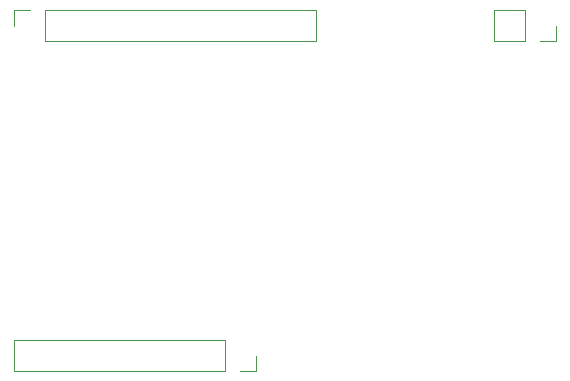
<source format=gbr>
%TF.GenerationSoftware,KiCad,Pcbnew,(5.1.10-1-10_14)*%
%TF.CreationDate,2021-11-15T20:19:36-05:00*%
%TF.ProjectId,interrupts,696e7465-7272-4757-9074-732e6b696361,rev?*%
%TF.SameCoordinates,Original*%
%TF.FileFunction,Legend,Bot*%
%TF.FilePolarity,Positive*%
%FSLAX46Y46*%
G04 Gerber Fmt 4.6, Leading zero omitted, Abs format (unit mm)*
G04 Created by KiCad (PCBNEW (5.1.10-1-10_14)) date 2021-11-15 20:19:36*
%MOMM*%
%LPD*%
G01*
G04 APERTURE LIST*
%ADD10C,0.120000*%
G04 APERTURE END LIST*
D10*
%TO.C,J3*%
X182432000Y-85150000D02*
X182432000Y-83820000D01*
X181102000Y-85150000D02*
X182432000Y-85150000D01*
X179832000Y-85150000D02*
X179832000Y-82490000D01*
X179832000Y-82490000D02*
X177232000Y-82490000D01*
X179832000Y-85150000D02*
X177232000Y-85150000D01*
X177232000Y-85150000D02*
X177232000Y-82490000D01*
%TO.C,J2*%
X157032000Y-113090000D02*
X157032000Y-111760000D01*
X155702000Y-113090000D02*
X157032000Y-113090000D01*
X154432000Y-113090000D02*
X154432000Y-110430000D01*
X154432000Y-110430000D02*
X136592000Y-110430000D01*
X154432000Y-113090000D02*
X136592000Y-113090000D01*
X136592000Y-113090000D02*
X136592000Y-110430000D01*
%TO.C,J1*%
X136592000Y-82490000D02*
X136592000Y-83820000D01*
X137922000Y-82490000D02*
X136592000Y-82490000D01*
X139192000Y-82490000D02*
X139192000Y-85150000D01*
X139192000Y-85150000D02*
X162112000Y-85150000D01*
X139192000Y-82490000D02*
X162112000Y-82490000D01*
X162112000Y-82490000D02*
X162112000Y-85150000D01*
%TD*%
M02*

</source>
